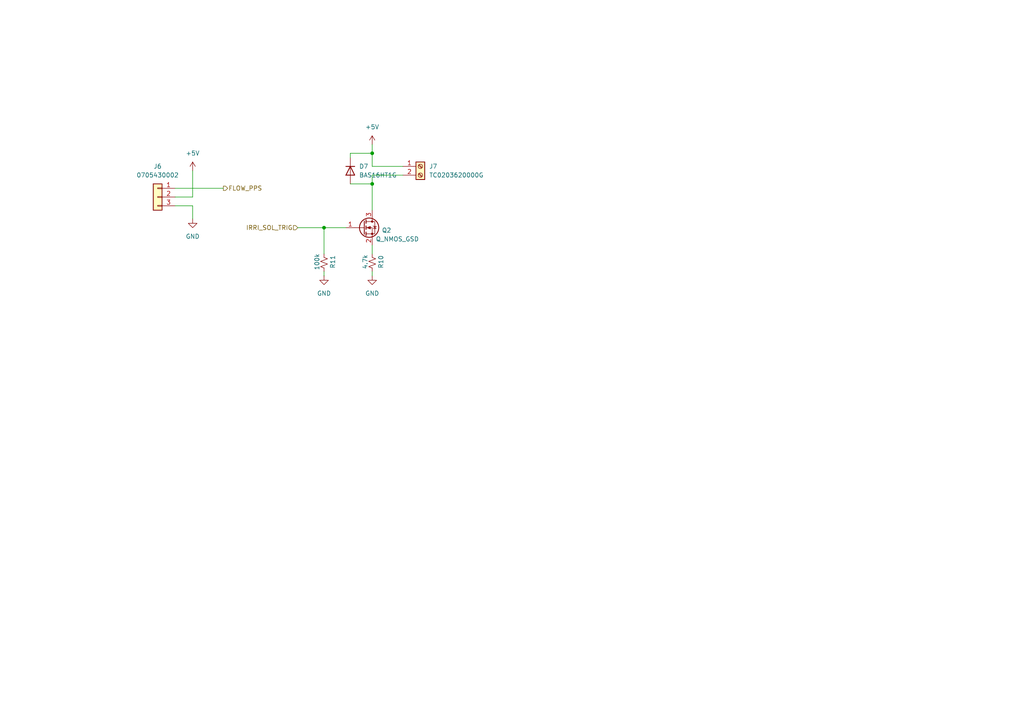
<source format=kicad_sch>
(kicad_sch (version 20250114) (generator "eeschema") (generator_version "9.0")
  (paper "A4")
  (title_block (title "SensorNode-A-01") (date "2025-06-04") (rev "0.1") (company "SproutSync LTD") (comment 1 "ALL RIGHTS RESERVED") (comment 2 "Drawn By: Thomas Sweeney") (comment 3 "R&D Check:") (comment 4 "MFG Check:"))
  (lib_symbols
    (symbol "Connector:Screw_Terminal_01x02" (pin_names (offset 1.016) (hide yes))
      (property "Reference" "J" (at 0 2.54 0))
      (property "Value" "Screw_Terminal_01x02" (at 0 -5.08 0))
      (symbol "Screw_Terminal_01x02_1_1"
        (rectangle (start -1.27 1.27) (end 1.27 -3.81) (stroke (width 0.254)) (fill (type background)))
        (polyline (pts (xy -0.5334 0.3302) (xy 0.3302 -0.508)) (stroke (width 0.1524)))
        (polyline (pts (xy -0.5334 -2.2098) (xy 0.3302 -3.048)) (stroke (width 0.1524)))
        (polyline (pts (xy -0.3556 0.508) (xy 0.508 -0.3302)) (stroke (width 0.1524)))
        (polyline (pts (xy -0.3556 -2.032) (xy 0.508 -2.8702)) (stroke (width 0.1524)))
        (circle (center 0 0) (radius 0.635) (stroke (width 0.1524)))
        (circle (center 0 -2.54) (radius 0.635) (stroke (width 0.1524)))
        (pin passive line (at -5.08 0 0) (length 3.81) (name "Pin_1") (number "1"))
        (pin passive line (at -5.08 -2.54 0) (length 3.81) (name "Pin_2") (number "2"))
      )
    )
    (symbol "Connector_Generic:Conn_01x03" (pin_names (offset 1.016) (hide yes))
      (property "Reference" "J" (at 0 5.08 0))
      (property "Value" "Conn_01x03" (at 0 -5.08 0))
      (symbol "Conn_01x03_1_1"
        (rectangle (start -1.27 3.81) (end 1.27 -3.81) (stroke (width 0.254)) (fill (type background)))
        (rectangle (start -1.27 2.667) (end 0 2.413) (stroke (width 0.1524)))
        (rectangle (start -1.27 0.127) (end 0 -0.127) (stroke (width 0.1524)))
        (rectangle (start -1.27 -2.413) (end 0 -2.667) (stroke (width 0.1524)))
        (pin passive line (at -5.08 2.54 0) (length 3.81) (name "Pin_1") (number "1"))
        (pin passive line (at -5.08 0 0) (length 3.81) (name "Pin_2") (number "2"))
        (pin passive line (at -5.08 -2.54 0) (length 3.81) (name "Pin_3") (number "3"))
      )
    )
    (symbol "Device:D" (pin_numbers (hide yes)) (pin_names (offset 1.016) (hide yes))
      (property "Reference" "D" (at 0 2.54 0))
      (property "Value" "D" (at 0 -2.54 0))
      (symbol "D_0_1"
        (polyline (pts (xy -1.27 1.27) (xy -1.27 -1.27)) (stroke (width 0.254)))
        (polyline (pts (xy 1.27 1.27) (xy 1.27 -1.27) (xy -1.27 0) (xy 1.27 1.27)) (stroke (width 0.254)))
        (polyline (pts (xy 1.27 0) (xy -1.27 0)))
      )
      (symbol "D_1_1"
        (pin passive line (at -3.81 0 0) (length 2.54) (name "K") (number "1"))
        (pin passive line (at 3.81 0 180) (length 2.54) (name "A") (number "2"))
      )
    )
    (symbol "Device:Q_NMOS_GSD" (pin_names (offset 0) (hide yes))
      (property "Reference" "Q" (at 5.08 1.27 0))
      (property "Value" "Q_NMOS_GSD" (at 5.08 -1.27 0))
      (symbol "Q_NMOS_GSD_0_1"
        (polyline (pts (xy 0.254 1.905) (xy 0.254 -1.905)) (stroke (width 0.254)))
        (polyline (pts (xy 0.254 0) (xy -2.54 0)))
        (polyline (pts (xy 0.762 2.286) (xy 0.762 1.27)) (stroke (width 0.254)))
        (polyline (pts (xy 0.762 0.508) (xy 0.762 -0.508)) (stroke (width 0.254)))
        (polyline (pts (xy 0.762 -1.27) (xy 0.762 -2.286)) (stroke (width 0.254)))
        (polyline (pts (xy 0.762 -1.778) (xy 3.302 -1.778) (xy 3.302 1.778) (xy 0.762 1.778)))
        (polyline (pts (xy 1.016 0) (xy 2.032 0.381) (xy 2.032 -0.381) (xy 1.016 0)) (fill (type outline)))
        (circle (center 1.651 0) (radius 2.794) (stroke (width 0.254)))
        (polyline (pts (xy 2.54 2.54) (xy 2.54 1.778)))
        (circle (center 2.54 1.778) (radius 0.254) (fill (type outline)))
        (circle (center 2.54 -1.778) (radius 0.254) (fill (type outline)))
        (polyline (pts (xy 2.54 -2.54) (xy 2.54 0) (xy 0.762 0)))
        (polyline (pts (xy 2.794 0.508) (xy 2.921 0.381) (xy 3.683 0.381) (xy 3.81 0.254)))
        (polyline (pts (xy 3.302 0.381) (xy 2.921 -0.254) (xy 3.683 -0.254) (xy 3.302 0.381)))
      )
      (symbol "Q_NMOS_GSD_1_1"
        (pin input line (at -5.08 0 0) (length 2.54) (name "G") (number "1"))
        (pin passive line (at 2.54 5.08 270) (length 2.54) (name "D") (number "3"))
        (pin passive line (at 2.54 -5.08 90) (length 2.54) (name "S") (number "2"))
      )
    )
    (symbol "Device:R_Small_US" (pin_numbers (hide yes)) (pin_names (offset 0.254) (hide yes))
      (property "Reference" "R" (at 0.762 0.508 0))
      (property "Value" "R_Small_US" (at 0.762 -1.016 0))
      (symbol "R_Small_US_1_1"
        (polyline (pts (xy 0 1.524) (xy 1.016 1.143) (xy 0 0.762) (xy -1.016 0.381) (xy 0 0)))
        (polyline (pts (xy 0 0) (xy 1.016 -0.381) (xy 0 -0.762) (xy -1.016 -1.143) (xy 0 -1.524)))
        (pin passive line (at 0 2.54 270) (length 1.016) (name "~") (number "1"))
        (pin passive line (at 0 -2.54 90) (length 1.016) (name "~") (number "2"))
      )
    )
    (symbol "power:+5V" (power) (pin_numbers (hide yes)) (pin_names (offset 0) (hide yes))
      (property "Value" "+5V" (at 0 3.556 0))
      (symbol "+5V_0_1"
        (polyline (pts (xy -0.762 1.27) (xy 0 2.54)))
        (polyline (pts (xy 0 2.54) (xy 0.762 1.27)))
        (polyline (pts (xy 0 0) (xy 0 2.54)))
      )
      (symbol "+5V_1_1"
        (pin power_in line (at 0 0 90) (length 0) (name "~") (number "1"))
      )
    )
    (symbol "power:GND" (power) (pin_numbers (hide yes)) (pin_names (offset 0) (hide yes))
      (property "Value" "GND" (at 0 -3.81 0))
      (symbol "GND_0_1"
        (polyline (pts (xy 0 0) (xy 0 -1.27) (xy 1.27 -1.27) (xy 0 -2.54) (xy -1.27 -1.27) (xy 0 -1.27)))
      )
      (symbol "GND_1_1"
        (pin power_in line (at 0 0 270) (length 0) (name "~") (number "1"))
      )
    )
  )
  (junction (at 107.95 44.45))
  (junction (at 107.95 53.34))
  (junction (at 93.98 66.04))
  (wire (pts (xy 50.8 54.61) (xy 64.77 54.61)))
  (wire (pts (xy 107.95 50.8) (xy 107.95 53.34)))
  (wire (pts (xy 101.6 53.34) (xy 107.95 53.34)))
  (wire (pts (xy 107.95 53.34) (xy 107.95 60.96)))
  (wire (pts (xy 86.36 66.04) (xy 93.98 66.04)))
  (wire (pts (xy 55.88 59.69) (xy 55.88 63.5)))
  (wire (pts (xy 107.95 41.91) (xy 107.95 44.45)))
  (wire (pts (xy 55.88 57.15) (xy 55.88 49.53)))
  (wire (pts (xy 93.98 78.74) (xy 93.98 80.01)))
  (wire (pts (xy 101.6 45.72) (xy 101.6 44.45)))
  (wire (pts (xy 116.84 50.8) (xy 107.95 50.8)))
  (wire (pts (xy 50.8 59.69) (xy 55.88 59.69)))
  (wire (pts (xy 101.6 44.45) (xy 107.95 44.45)))
  (wire (pts (xy 50.8 57.15) (xy 55.88 57.15)))
  (wire (pts (xy 107.95 44.45) (xy 107.95 48.26)))
  (wire (pts (xy 107.95 78.74) (xy 107.95 80.01)))
  (wire (pts (xy 107.95 48.26) (xy 116.84 48.26)))
  (wire (pts (xy 93.98 66.04) (xy 100.33 66.04)))
  (wire (pts (xy 107.95 71.12) (xy 107.95 73.66)))
  (wire (pts (xy 93.98 66.04) (xy 93.98 73.66)))
  (hierarchical_label "IRRI_SOL_TRIG" (shape input) (at 86.36 66.04 180))
  (hierarchical_label "FLOW_PPS" (shape output) (at 64.77 54.61 0))
  (symbol (lib_id "Device:R_Small_US") (at 107.95 76.2 180) (unit 1)
    (property "Reference" "R10" (at 110.49 75.946 90))
    (property "Value" "4.7k" (at 105.918 75.946 90))
    (property "Footprint" "Resistor_SMD:R_0402_1005Metric" (effects (hide yes)))
    (property "Datasheet" "https://www.yageo.com/upload/media/product/products/datasheet/rchip/PYu-RC_Group_51_RoHS_L_12.pdf" (effects (hide yes)))
    (property "Description" "RES 4.7K OHM 5% 1/16W 0402" (effects (hide yes)))
    (property "Distributor Prt #" "311-4.7KJRCT-ND" (effects (hide yes)))
    (property "Manuf Prt #" "	 RC0402JR-074K7L" (effects (hide yes)))
  )
  (symbol (lib_id "Connector:Screw_Terminal_01x02") (at 121.92 48.26 0) (unit 1)
    (property "Reference" "J7" (at 124.46 48.2599 0) (effects (justify left)))
    (property "Value" "TC0203620000G" (at 124.46 50.7999 0) (effects (justify left)))
    (property "Footprint" "SproutSenseFootprints:TC0203620000G" (effects (hide yes)))
    (property "Datasheet" "http://www.anytek.com.tw/Upload/%E4%BA%A7%E5%93%81%E7%AE%80%E5%BD%95202526-e5f45baf088e4ad6afce55e5f6e58d46.pdf" (effects (hide yes)))
    (property "Description" "TERM BLK 2POS SIDE ENTRY 5MM PCB" (effects (hide yes)))
    (property "Distributor Prt #" "TC0203620000G-ND" (effects (hide yes)))
    (property "Manuf Prt #" "TC0203620000G" (effects (hide yes)))
  )
  (symbol (lib_id "power:GND") (at 55.88 63.5 0) (unit 1)
    (property "Reference" "#PWR043" (effects (hide yes)))
    (property "Value" "GND" (at 55.88 68.58 0))
    (property "Description" "Power symbol creates a global label with name \"GND\" , ground" (effects (hide yes)))
  )
  (symbol (lib_id "Connector_Generic:Conn_01x03") (at 45.72 57.15 0) (mirror y) (unit 1)
    (property "Reference" "J6" (at 45.72 48.26 0))
    (property "Value" "0705430002" (at 45.72 50.8 0))
    (property "Footprint" "SproutSenseFootprints:CONN_SDA-70543-XXXX_03_MOL" (effects (hide yes)))
    (property "Datasheet" "https://www.molex.com/content/dam/molex/molex-dot-com/products/automated/en-us/salesdrawingpdf/705/70543/705430001_sd.pdf?inline" (effects (hide yes)))
    (property "Description" "Generic connector, single row, 01x03, script generated (kicad-library-utils/schlib/autogen/connector/)" (effects (hide yes)))
    (property "Distributor Prt #" "WM4801-ND" (effects (hide yes)))
    (property "Manuf Prt #" "0705430002" (effects (hide yes)))
  )
  (symbol (lib_id "Device:D") (at 101.6 49.53 90) (mirror x) (unit 1)
    (property "Reference" "D7" (at 104.14 48.2599 90) (effects (justify right)))
    (property "Value" "BAS16HT1G" (at 104.14 50.7999 90) (effects (justify right)))
    (property "Footprint" "Diode_SMD:D_SOD-323" (effects (hide yes)))
    (property "Datasheet" "https://www.onsemi.com/pdf/datasheet/bas16ht1-d.pdf" (effects (hide yes)))
    (property "Description" "DIODE STANDARD 100V 200MA SOD323" (effects (hide yes)))
    (property "Sim.Device" "D" (effects (hide yes)))
    (property "Sim.Pins" "1=K 2=A" (effects (hide yes)))
    (property "Distributor Prt #" "BAS16HT1GOSCT-ND" (effects (hide yes)))
    (property "Manuf Prt #" "BAS16HT1G" (effects (hide yes)))
  )
  (symbol (lib_id "Device:Q_NMOS_GSD") (at 105.41 66.04 0) (unit 1)
    (property "Reference" "Q2" (at 110.744 66.802 0) (effects (justify left)))
    (property "Value" "Q_NMOS_GSD" (at 108.966 69.342 0) (effects (justify left)))
    (property "Footprint" "Package_TO_SOT_SMD:SOT-323_SC-70" (effects (hide yes)))
    (property "Datasheet" "https://assets.nexperia.com/documents/data-sheet/PMF63UNE.pdf" (effects (hide yes)))
    (property "Description" "MOSFET N-CH 20V 2.2A SOT323" (effects (hide yes)))
    (property "Distributor Prt #" "1727-2694-1-ND" (effects (hide yes)))
    (property "Manuf Prt #" "PMF63UNEX" (effects (hide yes)))
  )
  (symbol (lib_id "Device:R_Small_US") (at 93.98 76.2 180) (unit 1)
    (property "Reference" "R11" (at 96.52 75.946 90))
    (property "Value" "100k" (at 91.948 75.946 90))
    (property "Footprint" "Resistor_SMD:R_0402_1005Metric" (effects (hide yes)))
    (property "Datasheet" "https://www.yageo.com/upload/media/product/products/datasheet/rchip/PYu-RC_Group_51_RoHS_L_12.pdf" (effects (hide yes)))
    (property "Description" "RES 100K OHM 5% 1/16W 0402" (effects (hide yes)))
    (property "Distributor Prt #" "311-100KJRCT-ND" (effects (hide yes)))
    (property "Manuf Prt #" "RC0402JR-07100KL" (effects (hide yes)))
  )
  (symbol (lib_id "power:GND") (at 93.98 80.01 0) (unit 1)
    (property "Reference" "#PWR046" (effects (hide yes)))
    (property "Value" "GND" (at 93.98 85.09 0))
    (property "Description" "Power symbol creates a global label with name \"GND\" , ground" (effects (hide yes)))
  )
  (symbol (lib_id "power:GND") (at 107.95 80.01 0) (unit 1)
    (property "Reference" "#PWR045" (effects (hide yes)))
    (property "Value" "GND" (at 107.95 85.09 0))
    (property "Description" "Power symbol creates a global label with name \"GND\" , ground" (effects (hide yes)))
  )
  (symbol (lib_id "power:+5V") (at 55.88 49.53 0) (unit 1)
    (property "Reference" "#PWR042" (effects (hide yes)))
    (property "Value" "+5V" (at 55.88 44.45 0))
    (property "Description" "Power symbol creates a global label with name \"+5V\"" (effects (hide yes)))
  )
  (symbol (lib_id "power:+5V") (at 107.95 41.91 0) (unit 1)
    (property "Reference" "#PWR044" (effects (hide yes)))
    (property "Value" "+5V" (at 107.95 36.83 0))
    (property "Description" "Power symbol creates a global label with name \"+5V\"" (effects (hide yes)))
  )
)
</source>
